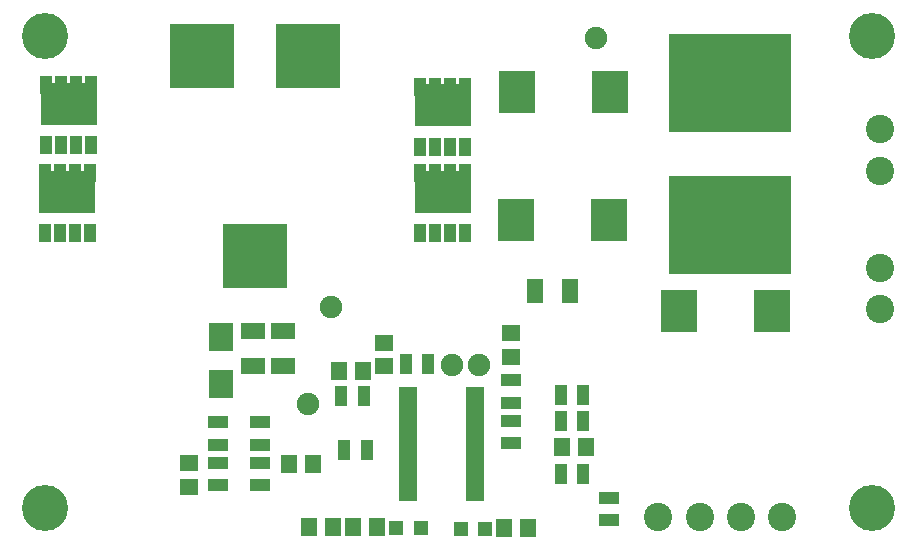
<source format=gbr>
G04 #@! TF.FileFunction,Soldermask,Top*
%FSLAX46Y46*%
G04 Gerber Fmt 4.6, Leading zero omitted, Abs format (unit mm)*
G04 Created by KiCad (PCBNEW 4.0.5) date 10/06/17 09:47:02*
%MOMM*%
%LPD*%
G01*
G04 APERTURE LIST*
%ADD10C,0.100000*%
%ADD11C,2.398980*%
%ADD12R,3.100000X3.600000*%
%ADD13R,1.700000X1.100000*%
%ADD14R,1.100000X1.700000*%
%ADD15R,1.400000X1.650000*%
%ADD16R,1.400000X2.000000*%
%ADD17R,1.650000X1.400000*%
%ADD18R,2.000000X1.400000*%
%ADD19C,1.900000*%
%ADD20R,5.400000X5.400000*%
%ADD21R,10.400000X8.400000*%
%ADD22R,1.500000X0.685000*%
%ADD23R,1.200000X1.300000*%
%ADD24R,2.000000X2.400000*%
%ADD25C,3.900120*%
%ADD26R,4.710000X3.600000*%
%ADD27R,1.100000X1.600000*%
%ADD28C,0.900000*%
G04 APERTURE END LIST*
D10*
D11*
X169750060Y-115800000D03*
X173250180Y-115800000D03*
X166249940Y-115800000D03*
X162749820Y-115800000D03*
D12*
X150650000Y-90600000D03*
X158550000Y-90600000D03*
D13*
X158600000Y-116050000D03*
X158600000Y-114150000D03*
D14*
X156400001Y-105400000D03*
X154500001Y-105400000D03*
X154500001Y-107600000D03*
X156400001Y-107600000D03*
X156400000Y-112100000D03*
X154500000Y-112100000D03*
D13*
X150300000Y-109500001D03*
X150300000Y-107600001D03*
X150300000Y-104200000D03*
X150300000Y-106100000D03*
D14*
X143250000Y-102800000D03*
X141350000Y-102800000D03*
X137800000Y-105500000D03*
X135900000Y-105500000D03*
D13*
X129000000Y-111150000D03*
X129000000Y-113050000D03*
X129000000Y-107750000D03*
X129000000Y-109650000D03*
X125500000Y-111150000D03*
X125500000Y-113050000D03*
X125500000Y-107750000D03*
X125500000Y-109650000D03*
D14*
X136150000Y-110100000D03*
X138050000Y-110100000D03*
D15*
X156600000Y-109800000D03*
X154600000Y-109800000D03*
D16*
X152300000Y-96600000D03*
X155300000Y-96600000D03*
D15*
X149700000Y-116700000D03*
X151700000Y-116700000D03*
X138900000Y-116600000D03*
X136900000Y-116600000D03*
X135200000Y-116600000D03*
X133200000Y-116600000D03*
D17*
X150300000Y-100200000D03*
X150300000Y-102200000D03*
X139500000Y-101000000D03*
X139500000Y-103000000D03*
D15*
X135700000Y-103400000D03*
X137700000Y-103400000D03*
D18*
X131000000Y-100000000D03*
X131000000Y-103000000D03*
X128400000Y-100000000D03*
X128400000Y-103000000D03*
D17*
X123000000Y-111200000D03*
X123000000Y-113200000D03*
D15*
X131500000Y-111300000D03*
X133500000Y-111300000D03*
D12*
X158650000Y-79800000D03*
X150750000Y-79800000D03*
X164450000Y-98300000D03*
X172350000Y-98300000D03*
D19*
X147600000Y-102900000D03*
X145300000Y-102900000D03*
X133100000Y-106200000D03*
X157500000Y-75200000D03*
X135000000Y-98000000D03*
D11*
X181500000Y-86450060D03*
X181500000Y-82949940D03*
X181500000Y-98150060D03*
X181500000Y-94649940D03*
D20*
X133100000Y-76700000D03*
X124100000Y-76700000D03*
X128600000Y-93700000D03*
D21*
X168800000Y-79000000D03*
X168850000Y-91000000D03*
D22*
X141550000Y-105100000D03*
X141550000Y-105600000D03*
X141550000Y-106100000D03*
X141550000Y-106600000D03*
X141550000Y-107100000D03*
X141550000Y-107600000D03*
X141550000Y-108100000D03*
X141550000Y-108600000D03*
X141550000Y-109100000D03*
X141550000Y-109600000D03*
X141550000Y-110100000D03*
X141550000Y-110600000D03*
X141550000Y-111100000D03*
X141550000Y-111600000D03*
X141550000Y-112100000D03*
X141550000Y-112600000D03*
X141550000Y-113100000D03*
X141550000Y-113600000D03*
X141550000Y-114100000D03*
X147250000Y-114100000D03*
X147250000Y-113600000D03*
X147250000Y-113100000D03*
X147250000Y-112600000D03*
X147250000Y-112100000D03*
X147250000Y-111600000D03*
X147250000Y-111100000D03*
X147250000Y-110600000D03*
X147250000Y-110100000D03*
X147250000Y-109600000D03*
X147250000Y-109100000D03*
X147250000Y-108600000D03*
X147250000Y-108100000D03*
X147250000Y-107600000D03*
X147250000Y-107100000D03*
X147250000Y-106600000D03*
X147250000Y-106100000D03*
X147250000Y-105600000D03*
X147250000Y-105100000D03*
D23*
X140550000Y-116700000D03*
X142650000Y-116700000D03*
X148100000Y-116800000D03*
X146000000Y-116800000D03*
D24*
X125700000Y-100500000D03*
X125700000Y-104500000D03*
D25*
X110801260Y-114998740D03*
X110801260Y-74998820D03*
X180801120Y-74998820D03*
X180801120Y-114998740D03*
D26*
X112705000Y-88200000D03*
D27*
X110800000Y-91700000D03*
X112070000Y-91700000D03*
X113340000Y-91700000D03*
X114610000Y-91700000D03*
X114610000Y-86620000D03*
X113340000Y-86620000D03*
X112070000Y-86620000D03*
X110800000Y-86620000D03*
D26*
X112705000Y-88200000D03*
D28*
X110800000Y-87636000D03*
X111435000Y-87636000D03*
X112070000Y-87636000D03*
X112705000Y-87636000D03*
X113340000Y-87636000D03*
X113975000Y-87636000D03*
X114610000Y-87636000D03*
X110800000Y-88271000D03*
X111435000Y-88271000D03*
X112070000Y-88271000D03*
X112705000Y-88271000D03*
X113340000Y-88271000D03*
X113975000Y-88271000D03*
X114610000Y-88271000D03*
X110800000Y-88906000D03*
X111435000Y-88906000D03*
X112070000Y-88906000D03*
X112705000Y-88906000D03*
X113340000Y-88906000D03*
X113975000Y-88906000D03*
X114610000Y-88906000D03*
X110800000Y-89541000D03*
X111435000Y-89541000D03*
X112070000Y-89541000D03*
X112705000Y-89541000D03*
X113340000Y-89541000D03*
X113975000Y-89541000D03*
X114610000Y-89541000D03*
D26*
X112805000Y-80800000D03*
D27*
X110900000Y-84300000D03*
X112170000Y-84300000D03*
X113440000Y-84300000D03*
X114710000Y-84300000D03*
X114710000Y-79220000D03*
X113440000Y-79220000D03*
X112170000Y-79220000D03*
X110900000Y-79220000D03*
D26*
X112805000Y-80800000D03*
D28*
X110900000Y-80236000D03*
X111535000Y-80236000D03*
X112170000Y-80236000D03*
X112805000Y-80236000D03*
X113440000Y-80236000D03*
X114075000Y-80236000D03*
X114710000Y-80236000D03*
X110900000Y-80871000D03*
X111535000Y-80871000D03*
X112170000Y-80871000D03*
X112805000Y-80871000D03*
X113440000Y-80871000D03*
X114075000Y-80871000D03*
X114710000Y-80871000D03*
X110900000Y-81506000D03*
X111535000Y-81506000D03*
X112170000Y-81506000D03*
X112805000Y-81506000D03*
X113440000Y-81506000D03*
X114075000Y-81506000D03*
X114710000Y-81506000D03*
X110900000Y-82141000D03*
X111535000Y-82141000D03*
X112170000Y-82141000D03*
X112805000Y-82141000D03*
X113440000Y-82141000D03*
X114075000Y-82141000D03*
X114710000Y-82141000D03*
D26*
X144505000Y-80900000D03*
D27*
X142600000Y-84400000D03*
X143870000Y-84400000D03*
X145140000Y-84400000D03*
X146410000Y-84400000D03*
X146410000Y-79320000D03*
X145140000Y-79320000D03*
X143870000Y-79320000D03*
X142600000Y-79320000D03*
D26*
X144505000Y-80900000D03*
D28*
X142600000Y-80336000D03*
X143235000Y-80336000D03*
X143870000Y-80336000D03*
X144505000Y-80336000D03*
X145140000Y-80336000D03*
X145775000Y-80336000D03*
X146410000Y-80336000D03*
X142600000Y-80971000D03*
X143235000Y-80971000D03*
X143870000Y-80971000D03*
X144505000Y-80971000D03*
X145140000Y-80971000D03*
X145775000Y-80971000D03*
X146410000Y-80971000D03*
X142600000Y-81606000D03*
X143235000Y-81606000D03*
X143870000Y-81606000D03*
X144505000Y-81606000D03*
X145140000Y-81606000D03*
X145775000Y-81606000D03*
X146410000Y-81606000D03*
X142600000Y-82241000D03*
X143235000Y-82241000D03*
X143870000Y-82241000D03*
X144505000Y-82241000D03*
X145140000Y-82241000D03*
X145775000Y-82241000D03*
X146410000Y-82241000D03*
D26*
X144505000Y-88200000D03*
D27*
X142600000Y-91700000D03*
X143870000Y-91700000D03*
X145140000Y-91700000D03*
X146410000Y-91700000D03*
X146410000Y-86620000D03*
X145140000Y-86620000D03*
X143870000Y-86620000D03*
X142600000Y-86620000D03*
D26*
X144505000Y-88200000D03*
D28*
X142600000Y-87636000D03*
X143235000Y-87636000D03*
X143870000Y-87636000D03*
X144505000Y-87636000D03*
X145140000Y-87636000D03*
X145775000Y-87636000D03*
X146410000Y-87636000D03*
X142600000Y-88271000D03*
X143235000Y-88271000D03*
X143870000Y-88271000D03*
X144505000Y-88271000D03*
X145140000Y-88271000D03*
X145775000Y-88271000D03*
X146410000Y-88271000D03*
X142600000Y-88906000D03*
X143235000Y-88906000D03*
X143870000Y-88906000D03*
X144505000Y-88906000D03*
X145140000Y-88906000D03*
X145775000Y-88906000D03*
X146410000Y-88906000D03*
X142600000Y-89541000D03*
X143235000Y-89541000D03*
X143870000Y-89541000D03*
X144505000Y-89541000D03*
X145140000Y-89541000D03*
X145775000Y-89541000D03*
X146410000Y-89541000D03*
M02*

</source>
